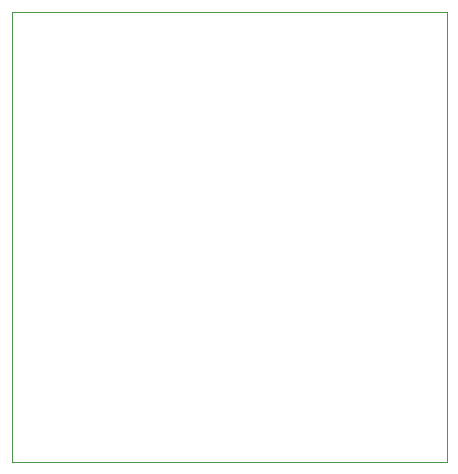
<source format=gbr>
G04 #@! TF.GenerationSoftware,KiCad,Pcbnew,(5.1.0-1195-gcea9cd417)*
G04 #@! TF.CreationDate,2019-08-04T23:05:19-07:00*
G04 #@! TF.ProjectId,URanger,5552616e-6765-4722-9e6b-696361645f70,n/c*
G04 #@! TF.SameCoordinates,Original*
G04 #@! TF.FileFunction,Profile,NP*
%FSLAX46Y46*%
G04 Gerber Fmt 4.6, Leading zero omitted, Abs format (unit mm)*
G04 Created by KiCad (PCBNEW (5.1.0-1195-gcea9cd417)) date 2019-08-04 23:05:19*
%MOMM*%
%LPD*%
G04 APERTURE LIST*
%ADD10C,0.100000*%
G04 APERTURE END LIST*
D10*
X91440000Y-93980000D02*
X91440000Y-55880000D01*
X128270000Y-93980000D02*
X91440000Y-93980000D01*
X128270000Y-55880000D02*
X128270000Y-93980000D01*
X91440000Y-55880000D02*
X128270000Y-55880000D01*
M02*

</source>
